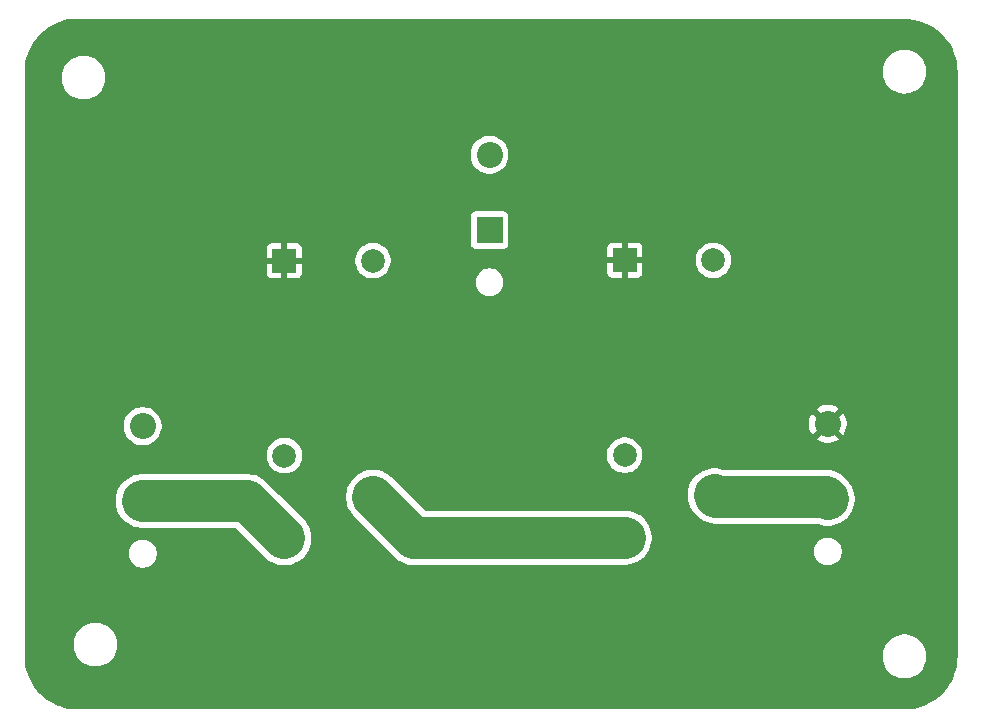
<source format=gbl>
G04 #@! TF.GenerationSoftware,KiCad,Pcbnew,9.0.0*
G04 #@! TF.CreationDate,2025-04-14T20:21:17-05:00*
G04 #@! TF.ProjectId,Charging_PCB,43686172-6769-46e6-975f-5043422e6b69,rev?*
G04 #@! TF.SameCoordinates,Original*
G04 #@! TF.FileFunction,Copper,L2,Bot*
G04 #@! TF.FilePolarity,Positive*
%FSLAX46Y46*%
G04 Gerber Fmt 4.6, Leading zero omitted, Abs format (unit mm)*
G04 Created by KiCad (PCBNEW 9.0.0) date 2025-04-14 20:21:17*
%MOMM*%
%LPD*%
G01*
G04 APERTURE LIST*
G04 #@! TA.AperFunction,ComponentPad*
%ADD10R,2.210000X2.210000*%
G04 #@! TD*
G04 #@! TA.AperFunction,ComponentPad*
%ADD11C,2.210000*%
G04 #@! TD*
G04 #@! TA.AperFunction,ComponentPad*
%ADD12C,2.000000*%
G04 #@! TD*
G04 #@! TA.AperFunction,ComponentPad*
%ADD13R,2.000000X2.000000*%
G04 #@! TD*
G04 #@! TA.AperFunction,Conductor*
%ADD14C,3.560000*%
G04 #@! TD*
G04 #@! TA.AperFunction,Conductor*
%ADD15C,0.200000*%
G04 #@! TD*
G04 APERTURE END LIST*
D10*
X117000000Y-115350000D03*
D11*
X117000000Y-109000000D03*
D12*
X165312500Y-114962500D03*
X157812500Y-111462500D03*
X157812500Y-118462500D03*
D13*
X157812500Y-94962500D03*
D12*
X165312500Y-94962500D03*
X136500000Y-115000000D03*
X129000000Y-111500000D03*
X129000000Y-118500000D03*
D13*
X129000000Y-95000000D03*
D12*
X136500000Y-95000000D03*
D10*
X175000000Y-115172500D03*
D11*
X175000000Y-108822500D03*
D10*
X146365000Y-92387500D03*
D11*
X146365000Y-86037500D03*
D14*
X174827500Y-115000000D02*
X175000000Y-115172500D01*
X165425000Y-114850000D02*
X165575000Y-115000000D01*
X165575000Y-115000000D02*
X174827500Y-115000000D01*
X157812500Y-118462500D02*
X140037500Y-118462500D01*
X140000000Y-118500000D02*
X136500000Y-115000000D01*
X140037500Y-118462500D02*
X140000000Y-118500000D01*
X117000000Y-115350000D02*
X125850000Y-115350000D01*
X125850000Y-115350000D02*
X129000000Y-118500000D01*
D15*
X165425000Y-114850000D02*
X165312500Y-114962500D01*
G04 #@! TA.AperFunction,Conductor*
G36*
X181450678Y-74525536D02*
G01*
X181451064Y-74525563D01*
X181459171Y-74525563D01*
X181459175Y-74525564D01*
X181521099Y-74525563D01*
X181522394Y-74525563D01*
X181527774Y-74525680D01*
X181908787Y-74542313D01*
X181909636Y-74542351D01*
X181920413Y-74543294D01*
X182296686Y-74592829D01*
X182307317Y-74594703D01*
X182677877Y-74676851D01*
X182688292Y-74679642D01*
X182971256Y-74768858D01*
X183050262Y-74793769D01*
X183060427Y-74797469D01*
X183173267Y-74844207D01*
X183411061Y-74942703D01*
X183420841Y-74947263D01*
X183757495Y-75122512D01*
X183766863Y-75127921D01*
X184086952Y-75331837D01*
X184095803Y-75338034D01*
X184231283Y-75441991D01*
X184396899Y-75569072D01*
X184405186Y-75576025D01*
X184685007Y-75832431D01*
X184692651Y-75840075D01*
X184949056Y-76119891D01*
X184955997Y-76128162D01*
X185187044Y-76429267D01*
X185193248Y-76438128D01*
X185397163Y-76758207D01*
X185402572Y-76767576D01*
X185577811Y-77104208D01*
X185582383Y-77114012D01*
X185727620Y-77464641D01*
X185731320Y-77474806D01*
X185845444Y-77836759D01*
X185848244Y-77847208D01*
X185930389Y-78217739D01*
X185932267Y-78228393D01*
X185981803Y-78604655D01*
X185982746Y-78615431D01*
X185999382Y-78996449D01*
X185999500Y-79001858D01*
X185999500Y-128497293D01*
X185999382Y-128502702D01*
X185982614Y-128886750D01*
X185981671Y-128897526D01*
X185931849Y-129275957D01*
X185929971Y-129286610D01*
X185847354Y-129659272D01*
X185844554Y-129669721D01*
X185729775Y-130033755D01*
X185726075Y-130043921D01*
X185580002Y-130396572D01*
X185575430Y-130406376D01*
X185399183Y-130744942D01*
X185393775Y-130754310D01*
X185188681Y-131076244D01*
X185182476Y-131085105D01*
X184950110Y-131387930D01*
X184943156Y-131396217D01*
X184685284Y-131677635D01*
X184677635Y-131685284D01*
X184396217Y-131943156D01*
X184387930Y-131950110D01*
X184085105Y-132182476D01*
X184076244Y-132188681D01*
X183754310Y-132393775D01*
X183744942Y-132399183D01*
X183406376Y-132575430D01*
X183396572Y-132580002D01*
X183043921Y-132726075D01*
X183033755Y-132729775D01*
X182669721Y-132844554D01*
X182659272Y-132847354D01*
X182286610Y-132929971D01*
X182275957Y-132931849D01*
X181897526Y-132981671D01*
X181886750Y-132982614D01*
X181502703Y-132999382D01*
X181497294Y-132999500D01*
X111502706Y-132999500D01*
X111497297Y-132999382D01*
X111113249Y-132982614D01*
X111102473Y-132981671D01*
X110724042Y-132931849D01*
X110713389Y-132929971D01*
X110340727Y-132847354D01*
X110330278Y-132844554D01*
X109966244Y-132729775D01*
X109956078Y-132726075D01*
X109603427Y-132580002D01*
X109593623Y-132575430D01*
X109255057Y-132399183D01*
X109245689Y-132393775D01*
X108923755Y-132188681D01*
X108914894Y-132182476D01*
X108612069Y-131950110D01*
X108603782Y-131943156D01*
X108322364Y-131685284D01*
X108314715Y-131677635D01*
X108056843Y-131396217D01*
X108049889Y-131387930D01*
X107817523Y-131085105D01*
X107811318Y-131076244D01*
X107606224Y-130754310D01*
X107600816Y-130744942D01*
X107424569Y-130406376D01*
X107419997Y-130396572D01*
X107273920Y-130043911D01*
X107270224Y-130033755D01*
X107155442Y-129669710D01*
X107152648Y-129659284D01*
X107070025Y-129286597D01*
X107068152Y-129275971D01*
X107018326Y-128897506D01*
X107017386Y-128886771D01*
X107000618Y-128502702D01*
X107000500Y-128497293D01*
X107000500Y-127378711D01*
X111149500Y-127378711D01*
X111149500Y-127621288D01*
X111181161Y-127861785D01*
X111243947Y-128096104D01*
X111261390Y-128138214D01*
X111336776Y-128320212D01*
X111458064Y-128530289D01*
X111458066Y-128530292D01*
X111458067Y-128530293D01*
X111605733Y-128722736D01*
X111605739Y-128722743D01*
X111777256Y-128894260D01*
X111777262Y-128894265D01*
X111969711Y-129041936D01*
X112179788Y-129163224D01*
X112403900Y-129256054D01*
X112638211Y-129318838D01*
X112818586Y-129342584D01*
X112878711Y-129350500D01*
X112878712Y-129350500D01*
X113121289Y-129350500D01*
X113169388Y-129344167D01*
X113361789Y-129318838D01*
X113596100Y-129256054D01*
X113820212Y-129163224D01*
X114030289Y-129041936D01*
X114222738Y-128894265D01*
X114394265Y-128722738D01*
X114541936Y-128530289D01*
X114629450Y-128378711D01*
X179649500Y-128378711D01*
X179649500Y-128621288D01*
X179681161Y-128861785D01*
X179743947Y-129096104D01*
X179836207Y-129318838D01*
X179836776Y-129320212D01*
X179958064Y-129530289D01*
X179958066Y-129530292D01*
X179958067Y-129530293D01*
X180105733Y-129722736D01*
X180105739Y-129722743D01*
X180277256Y-129894260D01*
X180277262Y-129894265D01*
X180469711Y-130041936D01*
X180679788Y-130163224D01*
X180903900Y-130256054D01*
X181138211Y-130318838D01*
X181318586Y-130342584D01*
X181378711Y-130350500D01*
X181378712Y-130350500D01*
X181621289Y-130350500D01*
X181669388Y-130344167D01*
X181861789Y-130318838D01*
X182096100Y-130256054D01*
X182320212Y-130163224D01*
X182530289Y-130041936D01*
X182722738Y-129894265D01*
X182894265Y-129722738D01*
X183041936Y-129530289D01*
X183163224Y-129320212D01*
X183256054Y-129096100D01*
X183318838Y-128861789D01*
X183350500Y-128621288D01*
X183350500Y-128378712D01*
X183318838Y-128138211D01*
X183256054Y-127903900D01*
X183163224Y-127679788D01*
X183041936Y-127469711D01*
X182894265Y-127277262D01*
X182894260Y-127277256D01*
X182722743Y-127105739D01*
X182722736Y-127105733D01*
X182530293Y-126958067D01*
X182530292Y-126958066D01*
X182530289Y-126958064D01*
X182320212Y-126836776D01*
X182320205Y-126836773D01*
X182096104Y-126743947D01*
X181861785Y-126681161D01*
X181621289Y-126649500D01*
X181621288Y-126649500D01*
X181378712Y-126649500D01*
X181378711Y-126649500D01*
X181138214Y-126681161D01*
X180903895Y-126743947D01*
X180679794Y-126836773D01*
X180679785Y-126836777D01*
X180469706Y-126958067D01*
X180277263Y-127105733D01*
X180277256Y-127105739D01*
X180105739Y-127277256D01*
X180105733Y-127277263D01*
X179958067Y-127469706D01*
X179836777Y-127679785D01*
X179836773Y-127679794D01*
X179743947Y-127903895D01*
X179681161Y-128138214D01*
X179649500Y-128378711D01*
X114629450Y-128378711D01*
X114663224Y-128320212D01*
X114756054Y-128096100D01*
X114818838Y-127861789D01*
X114850500Y-127621288D01*
X114850500Y-127378712D01*
X114818838Y-127138211D01*
X114756054Y-126903900D01*
X114663224Y-126679788D01*
X114541936Y-126469711D01*
X114394265Y-126277262D01*
X114394260Y-126277256D01*
X114222743Y-126105739D01*
X114222736Y-126105733D01*
X114030293Y-125958067D01*
X114030292Y-125958066D01*
X114030289Y-125958064D01*
X113820212Y-125836776D01*
X113820205Y-125836773D01*
X113596104Y-125743947D01*
X113361785Y-125681161D01*
X113121289Y-125649500D01*
X113121288Y-125649500D01*
X112878712Y-125649500D01*
X112878711Y-125649500D01*
X112638214Y-125681161D01*
X112403895Y-125743947D01*
X112179794Y-125836773D01*
X112179785Y-125836777D01*
X111969706Y-125958067D01*
X111777263Y-126105733D01*
X111777256Y-126105739D01*
X111605739Y-126277256D01*
X111605733Y-126277263D01*
X111458067Y-126469706D01*
X111336777Y-126679785D01*
X111336773Y-126679794D01*
X111243947Y-126903895D01*
X111181161Y-127138214D01*
X111149500Y-127378711D01*
X107000500Y-127378711D01*
X107000500Y-119707093D01*
X115819500Y-119707093D01*
X115819500Y-119892906D01*
X115848568Y-120076435D01*
X115848568Y-120076438D01*
X115905986Y-120253152D01*
X115905988Y-120253155D01*
X115990346Y-120418717D01*
X116099565Y-120569044D01*
X116230956Y-120700435D01*
X116381283Y-120809654D01*
X116546845Y-120894012D01*
X116546847Y-120894013D01*
X116723562Y-120951431D01*
X116723563Y-120951431D01*
X116723566Y-120951432D01*
X116907093Y-120980500D01*
X116907094Y-120980500D01*
X117092906Y-120980500D01*
X117092907Y-120980500D01*
X117276434Y-120951432D01*
X117276437Y-120951431D01*
X117276438Y-120951431D01*
X117453152Y-120894013D01*
X117453152Y-120894012D01*
X117453155Y-120894012D01*
X117618717Y-120809654D01*
X117769044Y-120700435D01*
X117900435Y-120569044D01*
X118009654Y-120418717D01*
X118094012Y-120253155D01*
X118151432Y-120076434D01*
X118180500Y-119892907D01*
X118180500Y-119707093D01*
X118151432Y-119523566D01*
X118151431Y-119523562D01*
X118151431Y-119523561D01*
X118094013Y-119346847D01*
X118093613Y-119346061D01*
X118009654Y-119181283D01*
X117900435Y-119030956D01*
X117769044Y-118899565D01*
X117618717Y-118790346D01*
X117453152Y-118705986D01*
X117276437Y-118648568D01*
X117138788Y-118626767D01*
X117092907Y-118619500D01*
X116907093Y-118619500D01*
X116845917Y-118629189D01*
X116723564Y-118648568D01*
X116723561Y-118648568D01*
X116546847Y-118705986D01*
X116381282Y-118790346D01*
X116295515Y-118852659D01*
X116230956Y-118899565D01*
X116230954Y-118899567D01*
X116230953Y-118899567D01*
X116099567Y-119030953D01*
X116099567Y-119030954D01*
X116099565Y-119030956D01*
X116052659Y-119095515D01*
X115990346Y-119181282D01*
X115905986Y-119346847D01*
X115848568Y-119523561D01*
X115848568Y-119523564D01*
X115819500Y-119707093D01*
X107000500Y-119707093D01*
X107000500Y-115200534D01*
X114719500Y-115200534D01*
X114719500Y-115499465D01*
X114719501Y-115499481D01*
X114758519Y-115795854D01*
X114835894Y-116084620D01*
X114948661Y-116356864D01*
X114950293Y-116360803D01*
X115099765Y-116619696D01*
X115099770Y-116619702D01*
X115099771Y-116619704D01*
X115281749Y-116856862D01*
X115281755Y-116856869D01*
X115493130Y-117068244D01*
X115493137Y-117068250D01*
X115618060Y-117164107D01*
X115730304Y-117250235D01*
X115989197Y-117399707D01*
X116265384Y-117514107D01*
X116554142Y-117591480D01*
X116850528Y-117630500D01*
X124854024Y-117630500D01*
X124921063Y-117650185D01*
X124941705Y-117666819D01*
X127493130Y-120218245D01*
X127493135Y-120218249D01*
X127493136Y-120218250D01*
X127730304Y-120400235D01*
X127896696Y-120496301D01*
X127989189Y-120549703D01*
X127989194Y-120549705D01*
X127989197Y-120549707D01*
X128265384Y-120664108D01*
X128554142Y-120741480D01*
X128763461Y-120769036D01*
X128850527Y-120780499D01*
X128850528Y-120780499D01*
X129149473Y-120780499D01*
X129216769Y-120771639D01*
X129445859Y-120741480D01*
X129734616Y-120664108D01*
X130010803Y-120549707D01*
X130269697Y-120400235D01*
X130506865Y-120218250D01*
X130718250Y-120006865D01*
X130900235Y-119769697D01*
X131049707Y-119510803D01*
X131164108Y-119234616D01*
X131241480Y-118945859D01*
X131280499Y-118649472D01*
X131280499Y-118350528D01*
X131241480Y-118054142D01*
X131164108Y-117765384D01*
X131049707Y-117489197D01*
X131049705Y-117489194D01*
X131049703Y-117489189D01*
X130934665Y-117289939D01*
X130900235Y-117230304D01*
X130849439Y-117164105D01*
X130718250Y-116993135D01*
X128575642Y-114850527D01*
X134219501Y-114850527D01*
X134219501Y-115149472D01*
X134258519Y-115445854D01*
X134335894Y-115734620D01*
X134407346Y-115907120D01*
X134450293Y-116010803D01*
X134599765Y-116269696D01*
X134599767Y-116269699D01*
X134599768Y-116269700D01*
X134781748Y-116506862D01*
X134781754Y-116506869D01*
X138493129Y-120218244D01*
X138493136Y-120218250D01*
X138730305Y-120400237D01*
X138730307Y-120400238D01*
X138825063Y-120454945D01*
X138825064Y-120454945D01*
X138989193Y-120549705D01*
X138989194Y-120549705D01*
X138989197Y-120549707D01*
X139265384Y-120664107D01*
X139554142Y-120741480D01*
X139776431Y-120770744D01*
X139850527Y-120780499D01*
X139850528Y-120780499D01*
X140149473Y-120780499D01*
X140426253Y-120744061D01*
X140442438Y-120743000D01*
X157961965Y-120743000D01*
X157961972Y-120743000D01*
X158258358Y-120703980D01*
X158547116Y-120626607D01*
X158823303Y-120512207D01*
X159082196Y-120362735D01*
X159319364Y-120180749D01*
X159530749Y-119969364D01*
X159712735Y-119732196D01*
X159829708Y-119529593D01*
X173819500Y-119529593D01*
X173819500Y-119715407D01*
X173828099Y-119769696D01*
X173848568Y-119898935D01*
X173848568Y-119898938D01*
X173905986Y-120075652D01*
X173978641Y-120218244D01*
X173990346Y-120241217D01*
X174099565Y-120391544D01*
X174230956Y-120522935D01*
X174381283Y-120632154D01*
X174515286Y-120700432D01*
X174546847Y-120716513D01*
X174723562Y-120773931D01*
X174723563Y-120773931D01*
X174723566Y-120773932D01*
X174907093Y-120803000D01*
X174907094Y-120803000D01*
X175092906Y-120803000D01*
X175092907Y-120803000D01*
X175276434Y-120773932D01*
X175276437Y-120773931D01*
X175276438Y-120773931D01*
X175453152Y-120716513D01*
X175453152Y-120716512D01*
X175453155Y-120716512D01*
X175618717Y-120632154D01*
X175769044Y-120522935D01*
X175900435Y-120391544D01*
X176009654Y-120241217D01*
X176094012Y-120075655D01*
X176116364Y-120006863D01*
X176151431Y-119898938D01*
X176151431Y-119898937D01*
X176151432Y-119898934D01*
X176180500Y-119715407D01*
X176180500Y-119529593D01*
X176151432Y-119346066D01*
X176151431Y-119346062D01*
X176151431Y-119346061D01*
X176094013Y-119169347D01*
X176023498Y-119030954D01*
X176009654Y-119003783D01*
X175900435Y-118853456D01*
X175769044Y-118722065D01*
X175618717Y-118612846D01*
X175616988Y-118611965D01*
X175453152Y-118528486D01*
X175276437Y-118471068D01*
X175138788Y-118449267D01*
X175092907Y-118442000D01*
X174907093Y-118442000D01*
X174845917Y-118451689D01*
X174723564Y-118471068D01*
X174723561Y-118471068D01*
X174546847Y-118528486D01*
X174381282Y-118612846D01*
X174295515Y-118675159D01*
X174230956Y-118722065D01*
X174230954Y-118722067D01*
X174230953Y-118722067D01*
X174099567Y-118853453D01*
X174099567Y-118853454D01*
X174099565Y-118853456D01*
X174059679Y-118908354D01*
X173990346Y-119003782D01*
X173905986Y-119169347D01*
X173848568Y-119346061D01*
X173848568Y-119346064D01*
X173828415Y-119473305D01*
X173819500Y-119529593D01*
X159829708Y-119529593D01*
X159862207Y-119473303D01*
X159976607Y-119197116D01*
X160053980Y-118908358D01*
X160093000Y-118611972D01*
X160093000Y-118313028D01*
X160053980Y-118016642D01*
X159976607Y-117727884D01*
X159862207Y-117451697D01*
X159712735Y-117192804D01*
X159617160Y-117068249D01*
X159530750Y-116955637D01*
X159530744Y-116955630D01*
X159319369Y-116744255D01*
X159319362Y-116744249D01*
X159082204Y-116562271D01*
X159082202Y-116562270D01*
X159082196Y-116562265D01*
X158874232Y-116442197D01*
X158823305Y-116412794D01*
X158823296Y-116412790D01*
X158547120Y-116298394D01*
X158258354Y-116221019D01*
X157961981Y-116182001D01*
X157961978Y-116182000D01*
X157961972Y-116182000D01*
X157961965Y-116182000D01*
X140958476Y-116182000D01*
X140891437Y-116162315D01*
X140870795Y-116145681D01*
X139509264Y-114784150D01*
X139425641Y-114700527D01*
X163144501Y-114700527D01*
X163144501Y-114999472D01*
X163183519Y-115295854D01*
X163260894Y-115584620D01*
X163323026Y-115734620D01*
X163375293Y-115860803D01*
X163524765Y-116119696D01*
X163524767Y-116119699D01*
X163524768Y-116119700D01*
X163706748Y-116356862D01*
X163706754Y-116356869D01*
X164068130Y-116718245D01*
X164068137Y-116718251D01*
X164305303Y-116900235D01*
X164466211Y-116993135D01*
X164564193Y-117049705D01*
X164564194Y-117049705D01*
X164564197Y-117049707D01*
X164840384Y-117164107D01*
X165129142Y-117241480D01*
X165425528Y-117280500D01*
X174105264Y-117280500D01*
X174152716Y-117289938D01*
X174265384Y-117336607D01*
X174554142Y-117413980D01*
X174776431Y-117443244D01*
X174850527Y-117452999D01*
X174850528Y-117452999D01*
X175149473Y-117452999D01*
X175208749Y-117445195D01*
X175445859Y-117413980D01*
X175734616Y-117336607D01*
X176010803Y-117222207D01*
X176269697Y-117072735D01*
X176506864Y-116890750D01*
X176718250Y-116679364D01*
X176900235Y-116442197D01*
X177049707Y-116183303D01*
X177164107Y-115907116D01*
X177241480Y-115618359D01*
X177280499Y-115321972D01*
X177280499Y-115023028D01*
X177241480Y-114726642D01*
X177164107Y-114437884D01*
X177049707Y-114161697D01*
X176900235Y-113902804D01*
X176825162Y-113804967D01*
X176718251Y-113665637D01*
X176718245Y-113665630D01*
X176334369Y-113281754D01*
X176334362Y-113281748D01*
X176097200Y-113099768D01*
X176097199Y-113099767D01*
X176097196Y-113099765D01*
X175838303Y-112950293D01*
X175837036Y-112949768D01*
X175562120Y-112835894D01*
X175273354Y-112758519D01*
X174976981Y-112719501D01*
X174976978Y-112719500D01*
X174976972Y-112719500D01*
X174976965Y-112719500D01*
X166265416Y-112719500D01*
X166217963Y-112710061D01*
X166159620Y-112685894D01*
X165870854Y-112608519D01*
X165574473Y-112569501D01*
X165574472Y-112569501D01*
X165275528Y-112569501D01*
X165275527Y-112569501D01*
X164979145Y-112608519D01*
X164690379Y-112685894D01*
X164414203Y-112800290D01*
X164414194Y-112800294D01*
X164155299Y-112949768D01*
X163918137Y-113131748D01*
X163918130Y-113131754D01*
X163706754Y-113343130D01*
X163706748Y-113343137D01*
X163524768Y-113580299D01*
X163375294Y-113839194D01*
X163375290Y-113839203D01*
X163260894Y-114115379D01*
X163183519Y-114404145D01*
X163144501Y-114700527D01*
X139425641Y-114700527D01*
X138006869Y-113281754D01*
X138006862Y-113281748D01*
X137769700Y-113099768D01*
X137769699Y-113099767D01*
X137769696Y-113099765D01*
X137510803Y-112950293D01*
X137509536Y-112949768D01*
X137234620Y-112835894D01*
X136945854Y-112758519D01*
X136649473Y-112719501D01*
X136649472Y-112719501D01*
X136350528Y-112719501D01*
X136350527Y-112719501D01*
X136054145Y-112758519D01*
X135765379Y-112835894D01*
X135489203Y-112950290D01*
X135489194Y-112950294D01*
X135230299Y-113099768D01*
X134993137Y-113281748D01*
X134993130Y-113281754D01*
X134781754Y-113493130D01*
X134781748Y-113493137D01*
X134599768Y-113730299D01*
X134450294Y-113989194D01*
X134450290Y-113989203D01*
X134335894Y-114265379D01*
X134258519Y-114554145D01*
X134219501Y-114850527D01*
X128575642Y-114850527D01*
X127356869Y-113631754D01*
X127356862Y-113631748D01*
X127119700Y-113449768D01*
X127119699Y-113449767D01*
X127119696Y-113449765D01*
X126860803Y-113300293D01*
X126816046Y-113281754D01*
X126584620Y-113185894D01*
X126295854Y-113108519D01*
X125999481Y-113069501D01*
X125999478Y-113069500D01*
X125999472Y-113069500D01*
X116850528Y-113069500D01*
X116850522Y-113069500D01*
X116850518Y-113069501D01*
X116554145Y-113108519D01*
X116265379Y-113185894D01*
X115989203Y-113300290D01*
X115989194Y-113300294D01*
X115730310Y-113449761D01*
X115730295Y-113449771D01*
X115493137Y-113631749D01*
X115493130Y-113631755D01*
X115281755Y-113843130D01*
X115281749Y-113843137D01*
X115099771Y-114080295D01*
X115099761Y-114080310D01*
X114950294Y-114339194D01*
X114950290Y-114339203D01*
X114835894Y-114615379D01*
X114758519Y-114904145D01*
X114719501Y-115200518D01*
X114719500Y-115200534D01*
X107000500Y-115200534D01*
X107000500Y-111381902D01*
X127499500Y-111381902D01*
X127499500Y-111618097D01*
X127536446Y-111851368D01*
X127609433Y-112075996D01*
X127697550Y-112248933D01*
X127716657Y-112286433D01*
X127855483Y-112477510D01*
X128022490Y-112644517D01*
X128213567Y-112783343D01*
X128312991Y-112834002D01*
X128424003Y-112890566D01*
X128424005Y-112890566D01*
X128424008Y-112890568D01*
X128533219Y-112926053D01*
X128648631Y-112963553D01*
X128881903Y-113000500D01*
X128881908Y-113000500D01*
X129118097Y-113000500D01*
X129351368Y-112963553D01*
X129353070Y-112963000D01*
X129575992Y-112890568D01*
X129786433Y-112783343D01*
X129977510Y-112644517D01*
X130144517Y-112477510D01*
X130283343Y-112286433D01*
X130390568Y-112075992D01*
X130463553Y-111851368D01*
X130469492Y-111813868D01*
X130500500Y-111618097D01*
X130500500Y-111381902D01*
X130496862Y-111358934D01*
X130494560Y-111344402D01*
X156312000Y-111344402D01*
X156312000Y-111580597D01*
X156348946Y-111813868D01*
X156421933Y-112038496D01*
X156529157Y-112248933D01*
X156667983Y-112440010D01*
X156834990Y-112607017D01*
X157026067Y-112745843D01*
X157099663Y-112783342D01*
X157236503Y-112853066D01*
X157236505Y-112853066D01*
X157236508Y-112853068D01*
X157351915Y-112890566D01*
X157461131Y-112926053D01*
X157694403Y-112963000D01*
X157694408Y-112963000D01*
X157930597Y-112963000D01*
X158163868Y-112926053D01*
X158388492Y-112853068D01*
X158598933Y-112745843D01*
X158790010Y-112607017D01*
X158957017Y-112440010D01*
X159095843Y-112248933D01*
X159203068Y-112038492D01*
X159276053Y-111813868D01*
X159313000Y-111580597D01*
X159313000Y-111344402D01*
X159276053Y-111111131D01*
X159242189Y-111006912D01*
X159203068Y-110886508D01*
X159203066Y-110886505D01*
X159203066Y-110886503D01*
X159114950Y-110713567D01*
X159095843Y-110676067D01*
X158957017Y-110484990D01*
X158790010Y-110317983D01*
X158598933Y-110179157D01*
X158388496Y-110071933D01*
X158163868Y-109998946D01*
X157930597Y-109962000D01*
X157930592Y-109962000D01*
X157694408Y-109962000D01*
X157694403Y-109962000D01*
X157461131Y-109998946D01*
X157236503Y-110071933D01*
X157026066Y-110179157D01*
X156917050Y-110258362D01*
X156834990Y-110317983D01*
X156834988Y-110317985D01*
X156834987Y-110317985D01*
X156667985Y-110484987D01*
X156667985Y-110484988D01*
X156667983Y-110484990D01*
X156640740Y-110522487D01*
X156529157Y-110676066D01*
X156421933Y-110886503D01*
X156348946Y-111111131D01*
X156312000Y-111344402D01*
X130494560Y-111344402D01*
X130463553Y-111148631D01*
X130390566Y-110924003D01*
X130283342Y-110713566D01*
X130144517Y-110522490D01*
X129977510Y-110355483D01*
X129786433Y-110216657D01*
X129744357Y-110195218D01*
X129575996Y-110109433D01*
X129351368Y-110036446D01*
X129118097Y-109999500D01*
X129118092Y-109999500D01*
X128881908Y-109999500D01*
X128881903Y-109999500D01*
X128648631Y-110036446D01*
X128424003Y-110109433D01*
X128213566Y-110216657D01*
X128104550Y-110295862D01*
X128022490Y-110355483D01*
X128022488Y-110355485D01*
X128022487Y-110355485D01*
X127855485Y-110522487D01*
X127855485Y-110522488D01*
X127855483Y-110522490D01*
X127795862Y-110604550D01*
X127716657Y-110713566D01*
X127609433Y-110924003D01*
X127536446Y-111148631D01*
X127499500Y-111381902D01*
X107000500Y-111381902D01*
X107000500Y-108873638D01*
X115394500Y-108873638D01*
X115394500Y-109126361D01*
X115434032Y-109375956D01*
X115512125Y-109616302D01*
X115581522Y-109752500D01*
X115626853Y-109841466D01*
X115775393Y-110045913D01*
X115954087Y-110224607D01*
X116158534Y-110373147D01*
X116264916Y-110427351D01*
X116383697Y-110487874D01*
X116383699Y-110487874D01*
X116383702Y-110487876D01*
X116624044Y-110565968D01*
X116752638Y-110586335D01*
X116873639Y-110605500D01*
X116873644Y-110605500D01*
X117126361Y-110605500D01*
X117236665Y-110588028D01*
X117375956Y-110565968D01*
X117616298Y-110487876D01*
X117841466Y-110373147D01*
X118045913Y-110224607D01*
X118224607Y-110045913D01*
X118373147Y-109841466D01*
X118487876Y-109616298D01*
X118565968Y-109375956D01*
X118588028Y-109236665D01*
X118605500Y-109126361D01*
X118605500Y-108873638D01*
X118579695Y-108710710D01*
X118577393Y-108696178D01*
X173395000Y-108696178D01*
X173395000Y-108948821D01*
X173434519Y-109198338D01*
X173512589Y-109438610D01*
X173627281Y-109663703D01*
X173702169Y-109766776D01*
X173702169Y-109766777D01*
X174187893Y-109281052D01*
X174277622Y-109415341D01*
X174407159Y-109544878D01*
X174541446Y-109634605D01*
X174055721Y-110120329D01*
X174158796Y-110195218D01*
X174383889Y-110309910D01*
X174624161Y-110387980D01*
X174873679Y-110427500D01*
X175126321Y-110427500D01*
X175375838Y-110387980D01*
X175616110Y-110309910D01*
X175841202Y-110195219D01*
X175944276Y-110120329D01*
X175944277Y-110120329D01*
X175458553Y-109634605D01*
X175592841Y-109544878D01*
X175722378Y-109415341D01*
X175812105Y-109281053D01*
X176297829Y-109766777D01*
X176297829Y-109766776D01*
X176372719Y-109663702D01*
X176487410Y-109438610D01*
X176565480Y-109198338D01*
X176605000Y-108948821D01*
X176605000Y-108696178D01*
X176565480Y-108446661D01*
X176487410Y-108206389D01*
X176372718Y-107981296D01*
X176297829Y-107878222D01*
X176297829Y-107878221D01*
X175812105Y-108363945D01*
X175722378Y-108229659D01*
X175592841Y-108100122D01*
X175458551Y-108010393D01*
X175944277Y-107524669D01*
X175841203Y-107449781D01*
X175616110Y-107335089D01*
X175375838Y-107257019D01*
X175126321Y-107217500D01*
X174873679Y-107217500D01*
X174624161Y-107257019D01*
X174383889Y-107335089D01*
X174158793Y-107449783D01*
X174055722Y-107524668D01*
X174055721Y-107524669D01*
X174541446Y-108010394D01*
X174407159Y-108100122D01*
X174277622Y-108229659D01*
X174187894Y-108363946D01*
X173702169Y-107878221D01*
X173702168Y-107878222D01*
X173627283Y-107981293D01*
X173512589Y-108206389D01*
X173434519Y-108446661D01*
X173395000Y-108696178D01*
X118577393Y-108696178D01*
X118565968Y-108624043D01*
X118529735Y-108512531D01*
X118487876Y-108383702D01*
X118487874Y-108383699D01*
X118487874Y-108383697D01*
X118373146Y-108158533D01*
X118224607Y-107954087D01*
X118045913Y-107775393D01*
X117841466Y-107626853D01*
X117616302Y-107512125D01*
X117375956Y-107434032D01*
X117126361Y-107394500D01*
X117126356Y-107394500D01*
X116873644Y-107394500D01*
X116873639Y-107394500D01*
X116624043Y-107434032D01*
X116383697Y-107512125D01*
X116158533Y-107626853D01*
X116041889Y-107711600D01*
X115954087Y-107775393D01*
X115954085Y-107775395D01*
X115954084Y-107775395D01*
X115775395Y-107954084D01*
X115775395Y-107954085D01*
X115775393Y-107954087D01*
X115743238Y-107998345D01*
X115626853Y-108158533D01*
X115512125Y-108383697D01*
X115434032Y-108624043D01*
X115394500Y-108873638D01*
X107000500Y-108873638D01*
X107000500Y-96744593D01*
X145184500Y-96744593D01*
X145184500Y-96930406D01*
X145213568Y-97113935D01*
X145213568Y-97113938D01*
X145270986Y-97290652D01*
X145270988Y-97290655D01*
X145355346Y-97456217D01*
X145464565Y-97606544D01*
X145595956Y-97737935D01*
X145746283Y-97847154D01*
X145911845Y-97931512D01*
X145911847Y-97931513D01*
X146088562Y-97988931D01*
X146088563Y-97988931D01*
X146088566Y-97988932D01*
X146272093Y-98018000D01*
X146272094Y-98018000D01*
X146457906Y-98018000D01*
X146457907Y-98018000D01*
X146641434Y-97988932D01*
X146641437Y-97988931D01*
X146641438Y-97988931D01*
X146818152Y-97931513D01*
X146818152Y-97931512D01*
X146818155Y-97931512D01*
X146983717Y-97847154D01*
X147134044Y-97737935D01*
X147265435Y-97606544D01*
X147374654Y-97456217D01*
X147459012Y-97290655D01*
X147516432Y-97113934D01*
X147545500Y-96930407D01*
X147545500Y-96744593D01*
X147516432Y-96561066D01*
X147516431Y-96561062D01*
X147516431Y-96561061D01*
X147459013Y-96384347D01*
X147445174Y-96357187D01*
X147374654Y-96218783D01*
X147265435Y-96068456D01*
X147134044Y-95937065D01*
X146983717Y-95827846D01*
X146818152Y-95743486D01*
X146641437Y-95686068D01*
X146503788Y-95664267D01*
X146457907Y-95657000D01*
X146272093Y-95657000D01*
X146210917Y-95666689D01*
X146088564Y-95686068D01*
X146088561Y-95686068D01*
X145911847Y-95743486D01*
X145746282Y-95827846D01*
X145660515Y-95890159D01*
X145595956Y-95937065D01*
X145595954Y-95937067D01*
X145595953Y-95937067D01*
X145464567Y-96068453D01*
X145464567Y-96068454D01*
X145464565Y-96068456D01*
X145436551Y-96107014D01*
X145355346Y-96218782D01*
X145270986Y-96384347D01*
X145213568Y-96561061D01*
X145213568Y-96561064D01*
X145184500Y-96744593D01*
X107000500Y-96744593D01*
X107000500Y-93952155D01*
X127500000Y-93952155D01*
X127500000Y-94750000D01*
X128399999Y-94750000D01*
X128374979Y-94810402D01*
X128350000Y-94935981D01*
X128350000Y-95064019D01*
X128374979Y-95189598D01*
X128399999Y-95250000D01*
X127500000Y-95250000D01*
X127500000Y-96047844D01*
X127506401Y-96107372D01*
X127506403Y-96107379D01*
X127556645Y-96242086D01*
X127556649Y-96242093D01*
X127642809Y-96357187D01*
X127642812Y-96357190D01*
X127757906Y-96443350D01*
X127757913Y-96443354D01*
X127892620Y-96493596D01*
X127892627Y-96493598D01*
X127952155Y-96499999D01*
X127952172Y-96500000D01*
X128750000Y-96500000D01*
X128750000Y-95600001D01*
X128810402Y-95625021D01*
X128935981Y-95650000D01*
X129064019Y-95650000D01*
X129189598Y-95625021D01*
X129250000Y-95600001D01*
X129250000Y-96500000D01*
X130047828Y-96500000D01*
X130047844Y-96499999D01*
X130107372Y-96493598D01*
X130107379Y-96493596D01*
X130242086Y-96443354D01*
X130242093Y-96443350D01*
X130357187Y-96357190D01*
X130357190Y-96357187D01*
X130443350Y-96242093D01*
X130443354Y-96242086D01*
X130493596Y-96107379D01*
X130493598Y-96107372D01*
X130499999Y-96047844D01*
X130500000Y-96047827D01*
X130500000Y-95250000D01*
X129600001Y-95250000D01*
X129625021Y-95189598D01*
X129650000Y-95064019D01*
X129650000Y-94935981D01*
X129639243Y-94881902D01*
X134999500Y-94881902D01*
X134999500Y-95118097D01*
X135036446Y-95351368D01*
X135109433Y-95575996D01*
X135165518Y-95686068D01*
X135216657Y-95786433D01*
X135355483Y-95977510D01*
X135522490Y-96144517D01*
X135713567Y-96283343D01*
X135784896Y-96319687D01*
X135924003Y-96390566D01*
X135924005Y-96390566D01*
X135924008Y-96390568D01*
X136033219Y-96426053D01*
X136148631Y-96463553D01*
X136381903Y-96500500D01*
X136381908Y-96500500D01*
X136618097Y-96500500D01*
X136851368Y-96463553D01*
X136874318Y-96456096D01*
X137075992Y-96390568D01*
X137286433Y-96283343D01*
X137477510Y-96144517D01*
X137644517Y-95977510D01*
X137783343Y-95786433D01*
X137890568Y-95575992D01*
X137963553Y-95351368D01*
X137979608Y-95250000D01*
X137996755Y-95141740D01*
X137996755Y-95141739D01*
X138000500Y-95118095D01*
X138000500Y-94881902D01*
X137996862Y-94858934D01*
X137963553Y-94648631D01*
X137913671Y-94495112D01*
X137890568Y-94424008D01*
X137890566Y-94424005D01*
X137890566Y-94424003D01*
X137783342Y-94213566D01*
X137644517Y-94022490D01*
X137477510Y-93855483D01*
X137286433Y-93716657D01*
X137075996Y-93609433D01*
X136851368Y-93536446D01*
X136618097Y-93499500D01*
X136618092Y-93499500D01*
X136381908Y-93499500D01*
X136381903Y-93499500D01*
X136148631Y-93536446D01*
X135924003Y-93609433D01*
X135713566Y-93716657D01*
X135656783Y-93757913D01*
X135522490Y-93855483D01*
X135522488Y-93855485D01*
X135522487Y-93855485D01*
X135355485Y-94022487D01*
X135355485Y-94022488D01*
X135355483Y-94022490D01*
X135295862Y-94104550D01*
X135216657Y-94213566D01*
X135109433Y-94424003D01*
X135036446Y-94648631D01*
X134999500Y-94881902D01*
X129639243Y-94881902D01*
X129625021Y-94810402D01*
X129600001Y-94750000D01*
X130500000Y-94750000D01*
X130500000Y-93952172D01*
X130499999Y-93952155D01*
X130493598Y-93892627D01*
X130493596Y-93892620D01*
X130443354Y-93757913D01*
X130443350Y-93757906D01*
X130357190Y-93642812D01*
X130357187Y-93642809D01*
X130242093Y-93556649D01*
X130242086Y-93556645D01*
X130107379Y-93506403D01*
X130107372Y-93506401D01*
X130047844Y-93500000D01*
X129250000Y-93500000D01*
X129250000Y-94399998D01*
X129189598Y-94374979D01*
X129064019Y-94350000D01*
X128935981Y-94350000D01*
X128810402Y-94374979D01*
X128750000Y-94399998D01*
X128750000Y-93500000D01*
X127952155Y-93500000D01*
X127892627Y-93506401D01*
X127892620Y-93506403D01*
X127757913Y-93556645D01*
X127757906Y-93556649D01*
X127642812Y-93642809D01*
X127642809Y-93642812D01*
X127556649Y-93757906D01*
X127556645Y-93757913D01*
X127506403Y-93892620D01*
X127506401Y-93892627D01*
X127500000Y-93952155D01*
X107000500Y-93952155D01*
X107000500Y-91234635D01*
X144759500Y-91234635D01*
X144759500Y-93540370D01*
X144759501Y-93540376D01*
X144765908Y-93599983D01*
X144816202Y-93734828D01*
X144816206Y-93734835D01*
X144902452Y-93850044D01*
X144902455Y-93850047D01*
X145017664Y-93936293D01*
X145017671Y-93936297D01*
X145152517Y-93986591D01*
X145152516Y-93986591D01*
X145159444Y-93987335D01*
X145212127Y-93993000D01*
X147517872Y-93992999D01*
X147577483Y-93986591D01*
X147712331Y-93936296D01*
X147741240Y-93914655D01*
X156312500Y-93914655D01*
X156312500Y-94712500D01*
X157212499Y-94712500D01*
X157187479Y-94772902D01*
X157162500Y-94898481D01*
X157162500Y-95026519D01*
X157187479Y-95152098D01*
X157212499Y-95212500D01*
X156312500Y-95212500D01*
X156312500Y-96010344D01*
X156318901Y-96069872D01*
X156318903Y-96069879D01*
X156369145Y-96204586D01*
X156369149Y-96204593D01*
X156455309Y-96319687D01*
X156455312Y-96319690D01*
X156570406Y-96405850D01*
X156570413Y-96405854D01*
X156705120Y-96456096D01*
X156705127Y-96456098D01*
X156764655Y-96462499D01*
X156764672Y-96462500D01*
X157562500Y-96462500D01*
X157562500Y-95562501D01*
X157622902Y-95587521D01*
X157748481Y-95612500D01*
X157876519Y-95612500D01*
X158002098Y-95587521D01*
X158062500Y-95562501D01*
X158062500Y-96462500D01*
X158860328Y-96462500D01*
X158860344Y-96462499D01*
X158919872Y-96456098D01*
X158919879Y-96456096D01*
X159054586Y-96405854D01*
X159054593Y-96405850D01*
X159169687Y-96319690D01*
X159169690Y-96319687D01*
X159255850Y-96204593D01*
X159255854Y-96204586D01*
X159306096Y-96069879D01*
X159306098Y-96069872D01*
X159312499Y-96010344D01*
X159312500Y-96010327D01*
X159312500Y-95212500D01*
X158412501Y-95212500D01*
X158437521Y-95152098D01*
X158462500Y-95026519D01*
X158462500Y-94898481D01*
X158451743Y-94844402D01*
X163812000Y-94844402D01*
X163812000Y-95080597D01*
X163848946Y-95313868D01*
X163921933Y-95538496D01*
X164026382Y-95743486D01*
X164029157Y-95748933D01*
X164167983Y-95940010D01*
X164334990Y-96107017D01*
X164526067Y-96245843D01*
X164599663Y-96283342D01*
X164736503Y-96353066D01*
X164736505Y-96353066D01*
X164736508Y-96353068D01*
X164832775Y-96384347D01*
X164961131Y-96426053D01*
X165194403Y-96463000D01*
X165194408Y-96463000D01*
X165430597Y-96463000D01*
X165663868Y-96426053D01*
X165888492Y-96353068D01*
X166098933Y-96245843D01*
X166290010Y-96107017D01*
X166457017Y-95940010D01*
X166595843Y-95748933D01*
X166703068Y-95538492D01*
X166776053Y-95313868D01*
X166792108Y-95212500D01*
X166813000Y-95080597D01*
X166813000Y-94844402D01*
X166776053Y-94611131D01*
X166726171Y-94457612D01*
X166703068Y-94386508D01*
X166703066Y-94386505D01*
X166703066Y-94386503D01*
X166614950Y-94213567D01*
X166595843Y-94176067D01*
X166457017Y-93984990D01*
X166290010Y-93817983D01*
X166098933Y-93679157D01*
X165888496Y-93571933D01*
X165663868Y-93498946D01*
X165430597Y-93462000D01*
X165430592Y-93462000D01*
X165194408Y-93462000D01*
X165194403Y-93462000D01*
X164961131Y-93498946D01*
X164736503Y-93571933D01*
X164526066Y-93679157D01*
X164449433Y-93734835D01*
X164334990Y-93817983D01*
X164334988Y-93817985D01*
X164334987Y-93817985D01*
X164167985Y-93984987D01*
X164167985Y-93984988D01*
X164167983Y-93984990D01*
X164140740Y-94022487D01*
X164029157Y-94176066D01*
X163921933Y-94386503D01*
X163848946Y-94611131D01*
X163812000Y-94844402D01*
X158451743Y-94844402D01*
X158437521Y-94772902D01*
X158412501Y-94712500D01*
X159312500Y-94712500D01*
X159312500Y-93914672D01*
X159312499Y-93914655D01*
X159306098Y-93855127D01*
X159306096Y-93855120D01*
X159255854Y-93720413D01*
X159255850Y-93720406D01*
X159169690Y-93605312D01*
X159169687Y-93605309D01*
X159054593Y-93519149D01*
X159054586Y-93519145D01*
X158919879Y-93468903D01*
X158919872Y-93468901D01*
X158860344Y-93462500D01*
X158062500Y-93462500D01*
X158062500Y-94362498D01*
X158002098Y-94337479D01*
X157876519Y-94312500D01*
X157748481Y-94312500D01*
X157622902Y-94337479D01*
X157562500Y-94362498D01*
X157562500Y-93462500D01*
X156764655Y-93462500D01*
X156705127Y-93468901D01*
X156705120Y-93468903D01*
X156570413Y-93519145D01*
X156570406Y-93519149D01*
X156455312Y-93605309D01*
X156455309Y-93605312D01*
X156369149Y-93720406D01*
X156369145Y-93720413D01*
X156318903Y-93855120D01*
X156318901Y-93855127D01*
X156312500Y-93914655D01*
X147741240Y-93914655D01*
X147827546Y-93850046D01*
X147913796Y-93734831D01*
X147964091Y-93599983D01*
X147970500Y-93540373D01*
X147970499Y-91234628D01*
X147964091Y-91175017D01*
X147913796Y-91040169D01*
X147913795Y-91040168D01*
X147913793Y-91040164D01*
X147827547Y-90924955D01*
X147827544Y-90924952D01*
X147712335Y-90838706D01*
X147712328Y-90838702D01*
X147577482Y-90788408D01*
X147577483Y-90788408D01*
X147517883Y-90782001D01*
X147517881Y-90782000D01*
X147517873Y-90782000D01*
X147517864Y-90782000D01*
X145212129Y-90782000D01*
X145212123Y-90782001D01*
X145152516Y-90788408D01*
X145017671Y-90838702D01*
X145017664Y-90838706D01*
X144902455Y-90924952D01*
X144902452Y-90924955D01*
X144816206Y-91040164D01*
X144816202Y-91040171D01*
X144765908Y-91175017D01*
X144759501Y-91234616D01*
X144759501Y-91234623D01*
X144759500Y-91234635D01*
X107000500Y-91234635D01*
X107000500Y-85911138D01*
X144759500Y-85911138D01*
X144759500Y-86163861D01*
X144799032Y-86413456D01*
X144877125Y-86653802D01*
X144991853Y-86878966D01*
X145140393Y-87083413D01*
X145319087Y-87262107D01*
X145523534Y-87410647D01*
X145629916Y-87464851D01*
X145748697Y-87525374D01*
X145748699Y-87525374D01*
X145748702Y-87525376D01*
X145989044Y-87603468D01*
X146117638Y-87623835D01*
X146238639Y-87643000D01*
X146238644Y-87643000D01*
X146491361Y-87643000D01*
X146601665Y-87625528D01*
X146740956Y-87603468D01*
X146981298Y-87525376D01*
X147206466Y-87410647D01*
X147410913Y-87262107D01*
X147589607Y-87083413D01*
X147738147Y-86878966D01*
X147852876Y-86653798D01*
X147930968Y-86413456D01*
X147953028Y-86274165D01*
X147970500Y-86163861D01*
X147970500Y-85911138D01*
X147949534Y-85778772D01*
X147930968Y-85661544D01*
X147852876Y-85421202D01*
X147852874Y-85421199D01*
X147852874Y-85421197D01*
X147738146Y-85196033D01*
X147589607Y-84991587D01*
X147410913Y-84812893D01*
X147206466Y-84664353D01*
X146981302Y-84549625D01*
X146740956Y-84471532D01*
X146491361Y-84432000D01*
X146491356Y-84432000D01*
X146238644Y-84432000D01*
X146238639Y-84432000D01*
X145989043Y-84471532D01*
X145748697Y-84549625D01*
X145523533Y-84664353D01*
X145406889Y-84749100D01*
X145319087Y-84812893D01*
X145319085Y-84812895D01*
X145319084Y-84812895D01*
X145140395Y-84991584D01*
X145140395Y-84991585D01*
X145140393Y-84991587D01*
X145076600Y-85079389D01*
X144991853Y-85196033D01*
X144877125Y-85421197D01*
X144799032Y-85661543D01*
X144759500Y-85911138D01*
X107000500Y-85911138D01*
X107000500Y-79378711D01*
X110149500Y-79378711D01*
X110149500Y-79621288D01*
X110181161Y-79861785D01*
X110243947Y-80096104D01*
X110296400Y-80222736D01*
X110336776Y-80320212D01*
X110458064Y-80530289D01*
X110458066Y-80530292D01*
X110458067Y-80530293D01*
X110605733Y-80722736D01*
X110605739Y-80722743D01*
X110777256Y-80894260D01*
X110777262Y-80894265D01*
X110969711Y-81041936D01*
X111179788Y-81163224D01*
X111403900Y-81256054D01*
X111638211Y-81318838D01*
X111818586Y-81342584D01*
X111878711Y-81350500D01*
X111878712Y-81350500D01*
X112121289Y-81350500D01*
X112169388Y-81344167D01*
X112361789Y-81318838D01*
X112596100Y-81256054D01*
X112820212Y-81163224D01*
X113030289Y-81041936D01*
X113222738Y-80894265D01*
X113394265Y-80722738D01*
X113541936Y-80530289D01*
X113663224Y-80320212D01*
X113756054Y-80096100D01*
X113818838Y-79861789D01*
X113850500Y-79621288D01*
X113850500Y-79378712D01*
X113818838Y-79138211D01*
X113756054Y-78903900D01*
X113745620Y-78878711D01*
X179649500Y-78878711D01*
X179649500Y-79121288D01*
X179681161Y-79361785D01*
X179743947Y-79596104D01*
X179754379Y-79621288D01*
X179836776Y-79820212D01*
X179958064Y-80030289D01*
X179958066Y-80030292D01*
X179958067Y-80030293D01*
X180105733Y-80222736D01*
X180105739Y-80222743D01*
X180277256Y-80394260D01*
X180277262Y-80394265D01*
X180469711Y-80541936D01*
X180679788Y-80663224D01*
X180903900Y-80756054D01*
X181138211Y-80818838D01*
X181318586Y-80842584D01*
X181378711Y-80850500D01*
X181378712Y-80850500D01*
X181621289Y-80850500D01*
X181669388Y-80844167D01*
X181861789Y-80818838D01*
X182096100Y-80756054D01*
X182320212Y-80663224D01*
X182530289Y-80541936D01*
X182722738Y-80394265D01*
X182894265Y-80222738D01*
X183041936Y-80030289D01*
X183163224Y-79820212D01*
X183256054Y-79596100D01*
X183318838Y-79361789D01*
X183350500Y-79121288D01*
X183350500Y-78878712D01*
X183318838Y-78638211D01*
X183256054Y-78403900D01*
X183163224Y-78179788D01*
X183041936Y-77969711D01*
X182894265Y-77777262D01*
X182894260Y-77777256D01*
X182722743Y-77605739D01*
X182722736Y-77605733D01*
X182530293Y-77458067D01*
X182530292Y-77458066D01*
X182530289Y-77458064D01*
X182320212Y-77336776D01*
X182320205Y-77336773D01*
X182096104Y-77243947D01*
X181861785Y-77181161D01*
X181621289Y-77149500D01*
X181621288Y-77149500D01*
X181378712Y-77149500D01*
X181378711Y-77149500D01*
X181138214Y-77181161D01*
X180903895Y-77243947D01*
X180679794Y-77336773D01*
X180679785Y-77336777D01*
X180469706Y-77458067D01*
X180277263Y-77605733D01*
X180277256Y-77605739D01*
X180105739Y-77777256D01*
X180105733Y-77777263D01*
X179958067Y-77969706D01*
X179836777Y-78179785D01*
X179836773Y-78179794D01*
X179743947Y-78403895D01*
X179681161Y-78638214D01*
X179649500Y-78878711D01*
X113745620Y-78878711D01*
X113663226Y-78679794D01*
X113663224Y-78679788D01*
X113541936Y-78469711D01*
X113481018Y-78390321D01*
X113394266Y-78277263D01*
X113394260Y-78277256D01*
X113222743Y-78105739D01*
X113222736Y-78105733D01*
X113030293Y-77958067D01*
X113030292Y-77958066D01*
X113030289Y-77958064D01*
X112838281Y-77847208D01*
X112820214Y-77836777D01*
X112820205Y-77836773D01*
X112596104Y-77743947D01*
X112361785Y-77681161D01*
X112121289Y-77649500D01*
X112121288Y-77649500D01*
X111878712Y-77649500D01*
X111878711Y-77649500D01*
X111638214Y-77681161D01*
X111403895Y-77743947D01*
X111179794Y-77836773D01*
X111179785Y-77836777D01*
X110969706Y-77958067D01*
X110777263Y-78105733D01*
X110777256Y-78105739D01*
X110605739Y-78277256D01*
X110605733Y-78277263D01*
X110458067Y-78469706D01*
X110336777Y-78679785D01*
X110336773Y-78679794D01*
X110243947Y-78903895D01*
X110181161Y-79138214D01*
X110149500Y-79378711D01*
X107000500Y-79378711D01*
X107000500Y-79002706D01*
X107000618Y-78997297D01*
X107003377Y-78934108D01*
X107017386Y-78613226D01*
X107018326Y-78602495D01*
X107068152Y-78224025D01*
X107070025Y-78213405D01*
X107152649Y-77840709D01*
X107155440Y-77830295D01*
X107270230Y-77466227D01*
X107273917Y-77456095D01*
X107420003Y-77103412D01*
X107424561Y-77093638D01*
X107600822Y-76755045D01*
X107606217Y-76745700D01*
X107811325Y-76423744D01*
X107817515Y-76414905D01*
X108049896Y-76112060D01*
X108056834Y-76103791D01*
X108314726Y-75822352D01*
X108322352Y-75814726D01*
X108603791Y-75556834D01*
X108612060Y-75549896D01*
X108914905Y-75317515D01*
X108923744Y-75311325D01*
X109245700Y-75106217D01*
X109255045Y-75100822D01*
X109593638Y-74924561D01*
X109603412Y-74920003D01*
X109956095Y-74773917D01*
X109966227Y-74770230D01*
X110330295Y-74655440D01*
X110340709Y-74652649D01*
X110713405Y-74570025D01*
X110724025Y-74568152D01*
X111102495Y-74518326D01*
X111113226Y-74517386D01*
X111497312Y-74500617D01*
X111502706Y-74500500D01*
X181450678Y-74525536D01*
G37*
G04 #@! TD.AperFunction*
M02*

</source>
